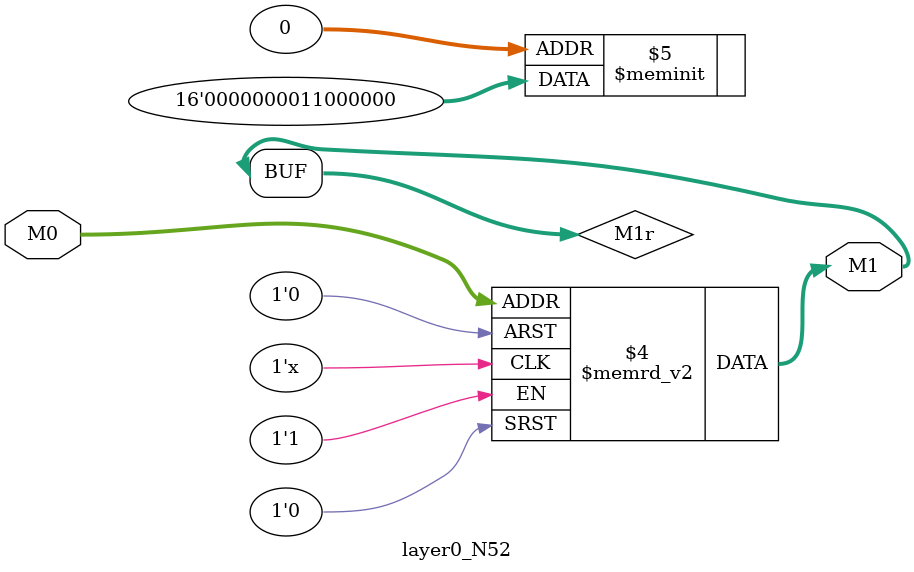
<source format=v>
module layer0_N52 ( input [2:0] M0, output [1:0] M1 );

	(*rom_style = "distributed" *) reg [1:0] M1r;
	assign M1 = M1r;
	always @ (M0) begin
		case (M0)
			3'b000: M1r = 2'b00;
			3'b100: M1r = 2'b00;
			3'b010: M1r = 2'b00;
			3'b110: M1r = 2'b00;
			3'b001: M1r = 2'b00;
			3'b101: M1r = 2'b00;
			3'b011: M1r = 2'b11;
			3'b111: M1r = 2'b00;

		endcase
	end
endmodule

</source>
